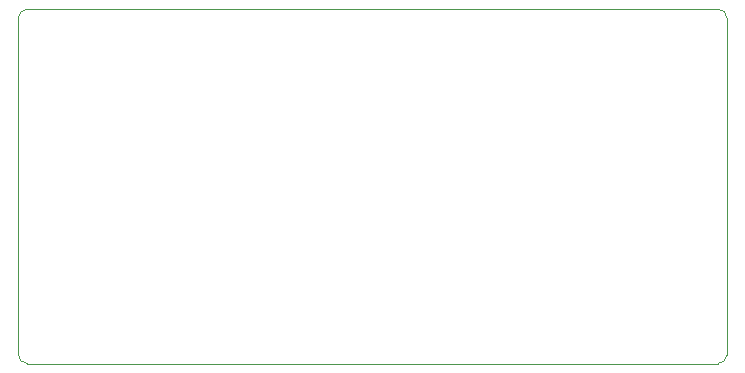
<source format=gm1>
%TF.GenerationSoftware,KiCad,Pcbnew,(6.0.0)*%
%TF.CreationDate,2022-05-09T00:40:02+05:30*%
%TF.ProjectId,usb-micro-programmer,7573622d-6d69-4637-926f-2d70726f6772,rev?*%
%TF.SameCoordinates,Original*%
%TF.FileFunction,Profile,NP*%
%FSLAX46Y46*%
G04 Gerber Fmt 4.6, Leading zero omitted, Abs format (unit mm)*
G04 Created by KiCad (PCBNEW (6.0.0)) date 2022-05-09 00:40:02*
%MOMM*%
%LPD*%
G01*
G04 APERTURE LIST*
%TA.AperFunction,Profile*%
%ADD10C,0.100000*%
%TD*%
G04 APERTURE END LIST*
D10*
X81000000Y-119250000D02*
X81000000Y-90750000D01*
X140250000Y-120000000D02*
G75*
G03*
X141000000Y-119250000I0J750000D01*
G01*
X81750000Y-90000000D02*
X140250000Y-90000000D01*
X81000000Y-119250000D02*
G75*
G03*
X81750000Y-120000000I750000J0D01*
G01*
X81750000Y-90000000D02*
G75*
G03*
X81000000Y-90750000I0J-750000D01*
G01*
X141000000Y-90750000D02*
X141000000Y-119250000D01*
X141000000Y-90750000D02*
G75*
G03*
X140250000Y-90000000I-750000J0D01*
G01*
X140250000Y-120000000D02*
X81750000Y-120000000D01*
M02*

</source>
